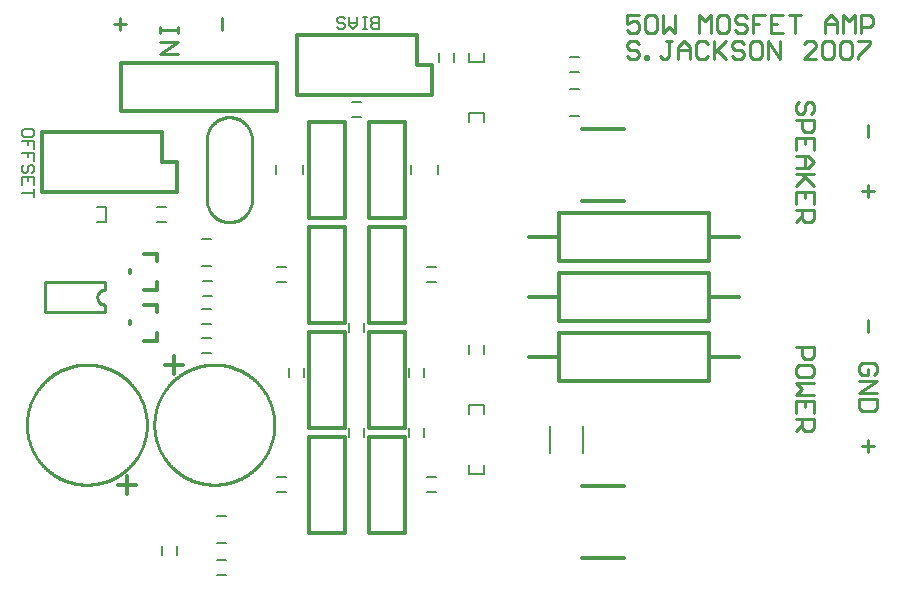
<source format=gto>
*%FSLAX25Y25*%
*%MOIN*%
G01*
%ADD11C,0.00600*%
%ADD12C,0.00733*%
%ADD13C,0.00800*%
%ADD14C,0.01000*%
%ADD15C,0.01200*%
%ADD16C,0.01500*%
%ADD17C,0.02000*%
%ADD18C,0.02500*%
%ADD19C,0.03000*%
%ADD20C,0.03000*%
%ADD21O,0.03000X0.08000*%
%ADD22O,0.03800X0.08800*%
%ADD23C,0.04000*%
%ADD24C,0.04000*%
%ADD25C,0.05000*%
%ADD26C,0.06000*%
%ADD27C,0.06800*%
%ADD28C,0.07000*%
%ADD29C,0.08000*%
%ADD30C,0.08000*%
%ADD31C,0.08800*%
%ADD32O,0.09000X0.07000*%
%ADD33O,0.09800X0.07800*%
%ADD34C,0.10000*%
%ADD35C,0.10000*%
%ADD36C,0.12000*%
%ADD37C,0.12000*%
%ADD38C,0.12500*%
%ADD39C,0.12800*%
%ADD40O,0.15000X0.12000*%
%ADD41O,0.15800X0.12800*%
%ADD42C,0.16500*%
%ADD43C,0.25000*%
%ADD44R,0.04000X0.04000*%
%ADD45R,0.04800X0.04800*%
%ADD46R,0.05000X0.04000*%
%ADD47R,0.05800X0.04800*%
%ADD48R,0.06000X0.06000*%
%ADD49R,0.06000X0.10000*%
%ADD50R,0.06800X0.06800*%
%ADD51R,0.06800X0.10800*%
%ADD52R,0.08000X0.20000*%
%ADD53R,0.08800X0.20800*%
%ADD54R,0.10000X0.06000*%
%ADD55R,0.10000X0.10000*%
%ADD56R,0.10000X0.24000*%
%ADD57R,0.10800X0.06800*%
%ADD58R,0.10800X0.24800*%
%ADD59R,0.12000X0.06000*%
%ADD60R,0.12800X0.06800*%
%ADD61R,0.20000X0.20000*%
D11*
X858499Y854001D02*
Y855333D01*
X857832Y856000D01*
X855167D01*
X854500Y855333D01*
Y854001D01*
X855167Y853334D01*
X857832D01*
X858499Y854001D01*
Y852001D02*
Y849335D01*
Y852001D02*
X856499D01*
Y850668D01*
Y852001D01*
X854500D01*
X858499Y848003D02*
Y845337D01*
Y848003D02*
X856499D01*
Y846670D01*
Y848003D01*
X854500D01*
X858499Y842005D02*
X857832Y841338D01*
X858499Y842005D02*
Y843337D01*
X857832Y844004D01*
X857166D01*
X856499Y843337D01*
Y842005D01*
X855833Y841338D01*
X855167D01*
X854500Y842005D01*
Y843337D01*
X855167Y844004D01*
X858499Y840005D02*
Y837339D01*
Y840005D02*
X854500D01*
Y837339D01*
X856499Y838672D02*
Y840005D01*
X858499Y836007D02*
Y833341D01*
Y834674D01*
X854500D01*
X973500Y889501D02*
Y893500D01*
X971501D01*
X970834Y892833D01*
Y892167D01*
X971501Y891501D01*
X973500D01*
X973501D01*
X973500D02*
X973501D01*
X973500D02*
X973501D01*
X973500D02*
X971501D01*
X970834Y890834D01*
Y890168D01*
X971501Y889501D01*
X973500D01*
X969501D02*
X968168D01*
X968835D01*
Y893500D01*
X969501D01*
X968168D01*
X966169D02*
Y890834D01*
X964836Y889501D01*
X963503Y890834D01*
Y893500D01*
Y891501D01*
X966169D01*
X960171Y889501D02*
X959505Y890168D01*
X960171Y889501D02*
X961504D01*
X962170Y890168D01*
Y890834D01*
X961504Y891501D01*
X960171D01*
X959505Y892167D01*
Y892833D01*
X960171Y893500D01*
X961504D01*
X962170Y892833D01*
D13*
X1037000Y880000D02*
X1040000D01*
Y875000D02*
X1037000D01*
Y869500D02*
X1040000D01*
Y860500D02*
X1037000D01*
X1041500Y757000D02*
Y748000D01*
X1030500D02*
Y757000D01*
X983500Y773500D02*
Y776500D01*
X988500D02*
Y773500D01*
X1003500Y878500D02*
Y881500D01*
X1008500D02*
Y878500D01*
X1003500D01*
X1008500Y764000D02*
Y761000D01*
X1003500D02*
Y764000D01*
X1008500D01*
X882500Y825000D02*
X879500D01*
Y830000D02*
X882500D01*
Y825000D01*
X901000Y717000D02*
Y714000D01*
X906000D02*
Y717000D01*
X919500Y707500D02*
X922500D01*
Y712500D02*
X919500D01*
X998500Y878500D02*
Y881500D01*
X993500D02*
Y878500D01*
X1003500Y784000D02*
Y781000D01*
X1008500D02*
Y784000D01*
X967500Y860000D02*
X964500D01*
Y865000D02*
X967500D01*
X989500Y805000D02*
X992500D01*
Y810000D02*
X989500D01*
Y735000D02*
X992500D01*
Y740000D02*
X989500D01*
X942500Y805000D02*
X939500D01*
Y810000D02*
X942500D01*
Y735000D02*
X939500D01*
Y740000D02*
X942500D01*
X968500Y753500D02*
Y756500D01*
X963500D02*
Y753500D01*
Y788500D02*
Y791500D01*
X968500D02*
Y788500D01*
X948500Y776500D02*
Y773500D01*
X943500D02*
Y776500D01*
X988500Y756500D02*
Y753500D01*
X983500D02*
Y756500D01*
X917500Y796000D02*
X914500D01*
Y791000D02*
X917500D01*
X902500Y830000D02*
X899500D01*
Y825000D02*
X902500D01*
X914500Y781500D02*
X917500D01*
Y786500D02*
X914500D01*
X914750Y800500D02*
X917750D01*
Y805500D02*
X914750D01*
X1008500Y858500D02*
Y861500D01*
X1003500D02*
Y858500D01*
Y861500D02*
X1008500D01*
Y741000D02*
X1003500D01*
X1008500D02*
Y744000D01*
X1003500D02*
Y741000D01*
X993000Y841000D02*
Y844000D01*
X984000D02*
Y841000D01*
X948000D02*
Y844000D01*
X939000D02*
Y841000D01*
X922500Y727000D02*
X919500D01*
Y718000D02*
X922500D01*
X917500Y810500D02*
X914500D01*
Y819500D02*
X917500D01*
D14*
X882000Y805000D02*
Y802500D01*
Y797500D02*
Y795000D01*
X862000D01*
Y805000D01*
X882000D01*
X916000Y832500D02*
Y852500D01*
X931000D02*
Y832500D01*
X1117498Y861001D02*
X1118498Y862001D01*
Y864000D01*
X1117498Y865000D01*
X1116499D01*
X1115499Y864000D01*
Y862001D01*
X1114499Y861001D01*
X1113500D01*
X1112500Y862001D01*
Y864000D01*
X1113500Y865000D01*
X1112500Y859002D02*
X1118498D01*
Y856003D01*
X1117498Y855003D01*
X1115499D01*
X1114499Y856003D01*
Y859002D01*
X1118498Y853004D02*
Y849005D01*
Y853004D02*
X1112500D01*
Y849005D01*
X1115499Y851005D02*
Y853004D01*
X1116499Y847006D02*
X1112500D01*
X1116499D02*
X1118498Y845007D01*
X1116499Y843007D01*
X1112500D01*
X1115499D01*
Y847006D01*
X1118498Y841008D02*
X1112500D01*
X1114499D01*
X1118498Y837009D01*
X1115499Y840008D01*
X1112500Y837009D01*
X1118498Y835010D02*
Y831011D01*
Y835010D02*
X1112500D01*
Y831011D01*
X1115499Y833010D02*
Y835010D01*
X1112500Y829012D02*
X1118498D01*
Y826013D01*
X1117498Y825013D01*
X1115499D01*
X1114499Y826013D01*
Y829012D01*
Y827012D02*
X1112500Y825013D01*
Y783500D02*
X1118498D01*
Y780501D01*
X1117498Y779501D01*
X1115499D01*
X1114499Y780501D01*
Y783500D01*
X1118498Y776502D02*
Y774503D01*
Y776502D02*
X1117498Y777502D01*
X1113500D01*
X1112500Y776502D01*
Y774503D01*
X1113500Y773503D01*
X1117498D01*
X1118498Y774503D01*
Y771504D02*
X1112500D01*
X1114499Y769505D01*
X1112500Y767505D01*
X1118498D01*
Y765506D02*
Y761507D01*
Y765506D02*
X1112500D01*
Y761507D01*
X1115499Y763506D02*
Y765506D01*
X1112500Y759508D02*
X1118498D01*
Y756509D01*
X1117498Y755509D01*
X1115499D01*
X1114499Y756509D01*
Y759508D01*
Y757508D02*
X1112500Y755509D01*
X1136499Y752500D02*
Y748501D01*
X1138498Y750501D02*
X1134500D01*
X1136499Y788501D02*
Y792500D01*
X1139498Y775001D02*
X1138498Y774001D01*
X1139498Y775001D02*
Y777000D01*
X1138498Y778000D01*
X1134500D01*
X1133500Y777000D01*
Y775001D01*
X1134500Y774001D01*
X1136499D01*
Y776001D01*
X1133500Y772002D02*
X1139498D01*
X1133500Y768003D01*
X1139498D01*
Y766004D02*
X1133500D01*
Y763005D01*
X1134500Y762005D01*
X1138498D01*
X1139498Y763005D01*
Y766004D01*
X1136499Y833501D02*
Y837500D01*
X1138498Y835501D02*
X1134500D01*
X1136499Y853501D02*
Y857500D01*
X920999Y889001D02*
Y893000D01*
X886999D02*
Y889001D01*
X888998Y891001D02*
X885000D01*
X906498Y890000D02*
Y888001D01*
Y889000D01*
X900500D01*
Y890000D01*
Y888001D01*
Y885002D02*
X906498D01*
X900500Y881003D01*
X906498D01*
X1056000Y893998D02*
X1059999D01*
X1056000D02*
Y890999D01*
X1057999Y891999D01*
X1058999D01*
X1059999Y890999D01*
Y889000D01*
X1058999Y888000D01*
X1057000D01*
X1056000Y889000D01*
X1061998Y892998D02*
X1062998Y893998D01*
X1064997D01*
X1065997Y892998D01*
Y889000D01*
X1064997Y888000D01*
X1062998D01*
X1061998Y889000D01*
Y892998D01*
X1067996Y893998D02*
Y888000D01*
X1069995Y889999D01*
X1071995Y888000D01*
Y893998D01*
X1079992D02*
Y888000D01*
X1081992Y891999D02*
X1079992Y893998D01*
X1081992Y891999D02*
X1083991Y893998D01*
Y888000D01*
X1086990Y893998D02*
X1088989D01*
X1086990D02*
X1085990Y892998D01*
Y889000D01*
X1086990Y888000D01*
X1088989D01*
X1089989Y889000D01*
Y892998D01*
X1088989Y893998D01*
X1094987D02*
X1095987Y892998D01*
X1094987Y893998D02*
X1092988D01*
X1091988Y892998D01*
Y891999D01*
X1092988Y890999D01*
X1094987D01*
X1095987Y889999D01*
Y889000D01*
X1094987Y888000D01*
X1092988D01*
X1091988Y889000D01*
X1097986Y893998D02*
X1101985D01*
X1097986D02*
Y890999D01*
X1099986D01*
X1097986D01*
Y888000D01*
X1103984Y893998D02*
X1107983D01*
X1103984D02*
Y888000D01*
X1107983D01*
X1105984Y890999D02*
X1103984D01*
X1109983Y893998D02*
X1113981D01*
X1111982D01*
Y888000D01*
X1121979D02*
Y891999D01*
X1123978Y893998D01*
X1125977Y891999D01*
Y888000D01*
Y890999D01*
X1121979D01*
X1127977Y888000D02*
Y893998D01*
X1129976Y891999D01*
X1131975Y893998D01*
Y888000D01*
X1133975D02*
Y893998D01*
X1136974D01*
X1137974Y892998D01*
Y890999D01*
X1136974Y889999D01*
X1133975D01*
X1059999Y884498D02*
X1058999Y885498D01*
X1057000D01*
X1056000Y884498D01*
Y883499D01*
X1057000Y882499D01*
X1058999D01*
X1059999Y881499D01*
Y880500D01*
X1058999Y879500D01*
X1057000D01*
X1056000Y880500D01*
X1061998D02*
Y879500D01*
Y880500D02*
X1062998D01*
Y879500D01*
X1061998D01*
X1068996Y885498D02*
X1070995D01*
X1069995D02*
X1068996D01*
X1069995D02*
Y880500D01*
X1068996Y879500D01*
X1067996D01*
X1066996Y880500D01*
X1072994Y879500D02*
Y883499D01*
X1074994Y885498D01*
X1076993Y883499D01*
Y879500D01*
Y882499D01*
X1072994D01*
X1081992Y885498D02*
X1082991Y884498D01*
X1081992Y885498D02*
X1079992D01*
X1078993Y884498D01*
Y880500D01*
X1079992Y879500D01*
X1081992D01*
X1082991Y880500D01*
X1084991Y879500D02*
Y885498D01*
Y881499D02*
Y879500D01*
Y881499D02*
X1088989Y885498D01*
X1085990Y882499D01*
X1088989Y879500D01*
X1094987Y884498D02*
X1093988Y885498D01*
X1091988D01*
X1090989Y884498D01*
Y883499D01*
X1091988Y882499D01*
X1093988D01*
X1094987Y881499D01*
Y880500D01*
X1093988Y879500D01*
X1091988D01*
X1090989Y880500D01*
X1097986Y885498D02*
X1099986D01*
X1097986D02*
X1096987Y884498D01*
Y880500D01*
X1097986Y879500D01*
X1099986D01*
X1100985Y880500D01*
Y884498D01*
X1099986Y885498D01*
X1102985D02*
Y879500D01*
X1106983D02*
X1102985Y885498D01*
X1106983D02*
Y879500D01*
X1114981D02*
X1118980D01*
X1114981D02*
X1118980Y883499D01*
Y884498D01*
X1117980Y885498D01*
X1115981D01*
X1114981Y884498D01*
X1120979D02*
X1121979Y885498D01*
X1123978D01*
X1124978Y884498D01*
Y880500D01*
X1123978Y879500D01*
X1121979D01*
X1120979Y880500D01*
Y884498D01*
X1126977D02*
X1127977Y885498D01*
X1129976D01*
X1130976Y884498D01*
Y880500D01*
X1129976Y879500D01*
X1127977D01*
X1126977Y880500D01*
Y884498D01*
X1132975Y885498D02*
X1136974D01*
Y884498D01*
X1132975Y880500D01*
Y879500D01*
X882000Y802500D02*
X881674Y802479D01*
X881353Y802415D01*
X881043Y802310D01*
X880750Y802165D01*
X880478Y801983D01*
X880232Y801768D01*
X880017Y801522D01*
X879835Y801250D01*
X879690Y800957D01*
X879585Y800647D01*
X879521Y800326D01*
X879500Y800000D01*
X879521Y799674D01*
X879585Y799353D01*
X879690Y799043D01*
X879835Y798750D01*
X880017Y798478D01*
X880232Y798232D01*
X880478Y798017D01*
X880750Y797835D01*
X881043Y797690D01*
X881353Y797585D01*
X881674Y797521D01*
X882000Y797500D01*
X938500Y757500D02*
X938497Y757168D01*
X938489Y756835D01*
X938475Y756503D01*
X938456Y756171D01*
X938431Y755840D01*
X938401Y755509D01*
X938365Y755178D01*
X938323Y754848D01*
X938277Y754519D01*
X938224Y754191D01*
X938167Y753864D01*
X938103Y753537D01*
X938035Y753212D01*
X937961Y752888D01*
X937882Y752565D01*
X937797Y752243D01*
X937707Y751923D01*
X937611Y751605D01*
X937511Y751288D01*
X937405Y750973D01*
X937294Y750660D01*
X937178Y750348D01*
X937056Y750039D01*
X936930Y749731D01*
X936798Y749426D01*
X936661Y749123D01*
X936519Y748822D01*
X936373Y748524D01*
X936221Y748228D01*
X936064Y747935D01*
X935903Y747644D01*
X935737Y747356D01*
X935566Y747071D01*
X935390Y746789D01*
X935210Y746510D01*
X935025Y746234D01*
X934835Y745960D01*
X934641Y745691D01*
X934443Y745424D01*
X934240Y745161D01*
X934033Y744901D01*
X933821Y744644D01*
X933605Y744391D01*
X933385Y744142D01*
X933161Y743897D01*
X932933Y743655D01*
X932701Y743417D01*
X932465Y743183D01*
X932225Y742952D01*
X931981Y742726D01*
X931734Y742504D01*
X931483Y742286D01*
X931228Y742073D01*
X930970Y741863D01*
X930708Y741658D01*
X930443Y741457D01*
X930175Y741261D01*
X929903Y741069D01*
X929629Y740882D01*
X929351Y740699D01*
X929070Y740521D01*
X928786Y740348D01*
X928500Y740180D01*
X928211Y740016D01*
X927919Y739857D01*
X927624Y739703D01*
X927327Y739553D01*
X927028Y739409D01*
X926726Y739270D01*
X926422Y739136D01*
X926115Y739006D01*
X925807Y738882D01*
X925496Y738764D01*
X925184Y738650D01*
X924870Y738541D01*
X924554Y738438D01*
X924236Y738340D01*
X923917Y738248D01*
X923596Y738160D01*
X923274Y738078D01*
X922950Y738001D01*
X922626Y737930D01*
X922300Y737864D01*
X921973Y737804D01*
X921645Y737749D01*
X921316Y737699D01*
X920987Y737655D01*
X920657Y737617D01*
X920326Y737584D01*
X919995Y737556D01*
X919663Y737534D01*
X919331Y737517D01*
X918999Y737506D01*
X918666Y737501D01*
X918334D01*
X918001Y737506D01*
X917669Y737517D01*
X917337Y737534D01*
X917005Y737556D01*
X916674Y737584D01*
X916343Y737617D01*
X916013Y737655D01*
X915684Y737699D01*
X915355Y737749D01*
X915027Y737804D01*
X914700Y737864D01*
X914374Y737930D01*
X914050Y738001D01*
X913726Y738078D01*
X913404Y738160D01*
X913083Y738248D01*
X912764Y738340D01*
X912446Y738438D01*
X912130Y738541D01*
X911816Y738650D01*
X911504Y738764D01*
X911193Y738882D01*
X910885Y739006D01*
X910578Y739136D01*
X910274Y739270D01*
X909972Y739409D01*
X909673Y739553D01*
X909376Y739703D01*
X909081Y739857D01*
X908789Y740016D01*
X908500Y740180D01*
X908214Y740348D01*
X907930Y740521D01*
X907649Y740699D01*
X907371Y740882D01*
X907097Y741069D01*
X906825Y741261D01*
X906557Y741457D01*
X906292Y741658D01*
X906030Y741863D01*
X905772Y742073D01*
X905517Y742286D01*
X905266Y742504D01*
X905019Y742726D01*
X904775Y742952D01*
X904535Y743183D01*
X904299Y743417D01*
X904067Y743655D01*
X903839Y743897D01*
X903615Y744142D01*
X903395Y744391D01*
X903179Y744644D01*
X902967Y744901D01*
X902760Y745161D01*
X902557Y745424D01*
X902359Y745691D01*
X902165Y745960D01*
X901975Y746234D01*
X901790Y746510D01*
X901610Y746789D01*
X901434Y747071D01*
X901263Y747356D01*
X901097Y747644D01*
X900936Y747935D01*
X900779Y748228D01*
X900627Y748524D01*
X900481Y748822D01*
X900339Y749123D01*
X900202Y749426D01*
X900070Y749731D01*
X899944Y750039D01*
X899822Y750348D01*
X899706Y750660D01*
X899595Y750973D01*
X899489Y751288D01*
X899389Y751605D01*
X899293Y751923D01*
X899203Y752243D01*
X899118Y752565D01*
X899039Y752888D01*
X898965Y753212D01*
X898897Y753537D01*
X898833Y753864D01*
X898776Y754191D01*
X898723Y754519D01*
X898677Y754848D01*
X898635Y755178D01*
X898599Y755509D01*
X898569Y755840D01*
X898544Y756171D01*
X898525Y756503D01*
X898511Y756835D01*
X898503Y757168D01*
X898500Y757500D01*
X898503Y757832D01*
X898511Y758165D01*
X898525Y758497D01*
X898544Y758829D01*
X898569Y759160D01*
X898599Y759491D01*
X898635Y759822D01*
X898677Y760152D01*
X898723Y760481D01*
X898776Y760809D01*
X898833Y761136D01*
X898897Y761463D01*
X898965Y761788D01*
X899039Y762112D01*
X899118Y762435D01*
X899203Y762757D01*
X899293Y763077D01*
X899389Y763395D01*
X899489Y763712D01*
X899595Y764027D01*
X899706Y764340D01*
X899822Y764652D01*
X899944Y764961D01*
X900070Y765269D01*
X900202Y765574D01*
X900339Y765877D01*
X900481Y766178D01*
X900627Y766476D01*
X900779Y766772D01*
X900936Y767065D01*
X901097Y767356D01*
X901263Y767644D01*
X901434Y767929D01*
X901610Y768211D01*
X901790Y768490D01*
X901975Y768766D01*
X902165Y769040D01*
X902359Y769309D01*
X902557Y769576D01*
X902760Y769839D01*
X902967Y770099D01*
X903179Y770356D01*
X903395Y770609D01*
X903615Y770858D01*
X903839Y771103D01*
X904067Y771345D01*
X904299Y771583D01*
X904535Y771817D01*
X904775Y772048D01*
X905019Y772274D01*
X905266Y772496D01*
X905517Y772714D01*
X905772Y772927D01*
X906030Y773137D01*
X906292Y773342D01*
X906557Y773543D01*
X906825Y773739D01*
X907097Y773931D01*
X907371Y774118D01*
X907649Y774301D01*
X907930Y774479D01*
X908214Y774652D01*
X908500Y774820D01*
X908789Y774984D01*
X909081Y775143D01*
X909376Y775297D01*
X909673Y775447D01*
X909972Y775591D01*
X910274Y775730D01*
X910578Y775864D01*
X910885Y775994D01*
X911193Y776118D01*
X911504Y776236D01*
X911816Y776350D01*
X912130Y776459D01*
X912446Y776562D01*
X912764Y776660D01*
X913083Y776752D01*
X913404Y776840D01*
X913726Y776922D01*
X914050Y776999D01*
X914374Y777070D01*
X914700Y777136D01*
X915027Y777196D01*
X915355Y777251D01*
X915684Y777301D01*
X916013Y777345D01*
X916343Y777383D01*
X916674Y777416D01*
X917005Y777444D01*
X917337Y777466D01*
X917669Y777483D01*
X918001Y777494D01*
X918334Y777499D01*
X918666D01*
X918999Y777494D01*
X919331Y777483D01*
X919663Y777466D01*
X919995Y777444D01*
X920326Y777416D01*
X920657Y777383D01*
X920987Y777345D01*
X921316Y777301D01*
X921645Y777251D01*
X921973Y777196D01*
X922300Y777136D01*
X922626Y777070D01*
X922950Y776999D01*
X923274Y776922D01*
X923596Y776840D01*
X923917Y776752D01*
X924236Y776660D01*
X924554Y776562D01*
X924870Y776459D01*
X925184Y776350D01*
X925496Y776236D01*
X925807Y776118D01*
X926115Y775994D01*
X926422Y775864D01*
X926726Y775730D01*
X927028Y775591D01*
X927327Y775447D01*
X927624Y775297D01*
X927919Y775143D01*
X928211Y774984D01*
X928500Y774820D01*
X928786Y774652D01*
X929070Y774479D01*
X929351Y774301D01*
X929629Y774118D01*
X929903Y773931D01*
X930175Y773739D01*
X930443Y773543D01*
X930708Y773342D01*
X930970Y773137D01*
X931228Y772927D01*
X931483Y772714D01*
X931734Y772496D01*
X931981Y772274D01*
X932225Y772048D01*
X932465Y771817D01*
X932701Y771583D01*
X932933Y771345D01*
X933161Y771103D01*
X933385Y770858D01*
X933605Y770609D01*
X933821Y770356D01*
X934033Y770099D01*
X934240Y769839D01*
X934443Y769576D01*
X934641Y769309D01*
X934835Y769040D01*
X935025Y768766D01*
X935210Y768490D01*
X935390Y768211D01*
X935566Y767929D01*
X935737Y767644D01*
X935903Y767356D01*
X936064Y767065D01*
X936221Y766772D01*
X936373Y766476D01*
X936519Y766178D01*
X936661Y765877D01*
X936798Y765574D01*
X936930Y765269D01*
X937056Y764961D01*
X937178Y764652D01*
X937294Y764340D01*
X937405Y764027D01*
X937511Y763712D01*
X937611Y763395D01*
X937707Y763077D01*
X937797Y762757D01*
X937882Y762435D01*
X937961Y762112D01*
X938035Y761788D01*
X938103Y761463D01*
X938167Y761136D01*
X938224Y760809D01*
X938277Y760481D01*
X938323Y760152D01*
X938365Y759822D01*
X938401Y759491D01*
X938431Y759160D01*
X938456Y758829D01*
X938475Y758497D01*
X938489Y758165D01*
X938497Y757832D01*
X938500Y757500D01*
X931000Y832500D02*
X930993Y832173D01*
X930972Y831846D01*
X930936Y831521D01*
X930886Y831198D01*
X930822Y830877D01*
X930744Y830559D01*
X930653Y830245D01*
X930548Y829935D01*
X930429Y829630D01*
X930297Y829330D01*
X930153Y829037D01*
X929995Y828750D01*
X929825Y828470D01*
X929644Y828198D01*
X929450Y827934D01*
X929245Y827679D01*
X929030Y827433D01*
X928803Y827197D01*
X928567Y826970D01*
X928321Y826755D01*
X928066Y826550D01*
X927802Y826356D01*
X927530Y826175D01*
X927250Y826005D01*
X926963Y825847D01*
X926670Y825703D01*
X926370Y825571D01*
X926065Y825452D01*
X925755Y825347D01*
X925441Y825256D01*
X925123Y825178D01*
X924802Y825114D01*
X924479Y825064D01*
X924154Y825028D01*
X923827Y825007D01*
X923500Y825000D01*
X923173Y825007D01*
X922846Y825028D01*
X922521Y825064D01*
X922198Y825114D01*
X921877Y825178D01*
X921559Y825256D01*
X921245Y825347D01*
X920935Y825452D01*
X920630Y825571D01*
X920330Y825703D01*
X920037Y825847D01*
X919750Y826005D01*
X919470Y826175D01*
X919198Y826356D01*
X918934Y826550D01*
X918679Y826755D01*
X918433Y826970D01*
X918197Y827197D01*
X917970Y827433D01*
X917755Y827679D01*
X917550Y827934D01*
X917356Y828198D01*
X917175Y828470D01*
X917005Y828750D01*
X916847Y829037D01*
X916703Y829330D01*
X916571Y829630D01*
X916452Y829935D01*
X916347Y830245D01*
X916256Y830559D01*
X916178Y830877D01*
X916114Y831198D01*
X916064Y831521D01*
X916028Y831846D01*
X916007Y832173D01*
X916000Y832500D01*
Y852500D02*
X916007Y852827D01*
X916028Y853154D01*
X916064Y853479D01*
X916114Y853802D01*
X916178Y854123D01*
X916256Y854441D01*
X916347Y854755D01*
X916452Y855065D01*
X916571Y855370D01*
X916703Y855670D01*
X916847Y855963D01*
X917005Y856250D01*
X917175Y856530D01*
X917356Y856802D01*
X917550Y857066D01*
X917755Y857321D01*
X917970Y857567D01*
X918197Y857803D01*
X918433Y858030D01*
X918679Y858245D01*
X918934Y858450D01*
X919198Y858644D01*
X919470Y858825D01*
X919750Y858995D01*
X920037Y859153D01*
X920330Y859297D01*
X920630Y859429D01*
X920935Y859548D01*
X921245Y859653D01*
X921559Y859744D01*
X921877Y859822D01*
X922198Y859886D01*
X922521Y859936D01*
X922846Y859972D01*
X923173Y859993D01*
X923500Y860000D01*
X923827Y859993D01*
X924154Y859972D01*
X924479Y859936D01*
X924802Y859886D01*
X925123Y859822D01*
X925441Y859744D01*
X925755Y859653D01*
X926065Y859548D01*
X926370Y859429D01*
X926670Y859297D01*
X926963Y859153D01*
X927250Y858995D01*
X927530Y858825D01*
X927802Y858644D01*
X928066Y858450D01*
X928321Y858245D01*
X928567Y858030D01*
X928803Y857803D01*
X929030Y857567D01*
X929245Y857321D01*
X929450Y857066D01*
X929644Y856802D01*
X929825Y856530D01*
X929995Y856250D01*
X930153Y855963D01*
X930297Y855670D01*
X930429Y855370D01*
X930548Y855065D01*
X930653Y854755D01*
X930744Y854441D01*
X930822Y854123D01*
X930886Y853802D01*
X930936Y853479D01*
X930972Y853154D01*
X930993Y852827D01*
X931000Y852500D01*
X896000Y757500D02*
X895997Y757168D01*
X895989Y756835D01*
X895975Y756503D01*
X895956Y756171D01*
X895931Y755840D01*
X895901Y755509D01*
X895865Y755178D01*
X895823Y754848D01*
X895777Y754519D01*
X895724Y754191D01*
X895667Y753864D01*
X895603Y753537D01*
X895535Y753212D01*
X895461Y752888D01*
X895382Y752565D01*
X895297Y752243D01*
X895207Y751923D01*
X895111Y751605D01*
X895011Y751288D01*
X894905Y750973D01*
X894794Y750660D01*
X894678Y750348D01*
X894556Y750039D01*
X894430Y749731D01*
X894298Y749426D01*
X894161Y749123D01*
X894019Y748822D01*
X893873Y748524D01*
X893721Y748228D01*
X893564Y747935D01*
X893403Y747644D01*
X893237Y747356D01*
X893066Y747071D01*
X892890Y746789D01*
X892710Y746510D01*
X892525Y746234D01*
X892335Y745960D01*
X892141Y745691D01*
X891943Y745424D01*
X891740Y745161D01*
X891533Y744901D01*
X891321Y744644D01*
X891105Y744391D01*
X890885Y744142D01*
X890661Y743897D01*
X890433Y743655D01*
X890201Y743417D01*
X889965Y743183D01*
X889725Y742952D01*
X889481Y742726D01*
X889234Y742504D01*
X888983Y742286D01*
X888728Y742073D01*
X888470Y741863D01*
X888208Y741658D01*
X887943Y741457D01*
X887675Y741261D01*
X887403Y741069D01*
X887129Y740882D01*
X886851Y740699D01*
X886570Y740521D01*
X886286Y740348D01*
X886000Y740180D01*
X885711Y740016D01*
X885419Y739857D01*
X885124Y739703D01*
X884827Y739553D01*
X884528Y739409D01*
X884226Y739270D01*
X883922Y739136D01*
X883615Y739006D01*
X883307Y738882D01*
X882996Y738764D01*
X882684Y738650D01*
X882370Y738541D01*
X882054Y738438D01*
X881736Y738340D01*
X881417Y738248D01*
X881096Y738160D01*
X880774Y738078D01*
X880450Y738001D01*
X880126Y737930D01*
X879800Y737864D01*
X879473Y737804D01*
X879145Y737749D01*
X878816Y737699D01*
X878487Y737655D01*
X878157Y737617D01*
X877826Y737584D01*
X877495Y737556D01*
X877163Y737534D01*
X876831Y737517D01*
X876499Y737506D01*
X876166Y737501D01*
X875834D01*
X875501Y737506D01*
X875169Y737517D01*
X874837Y737534D01*
X874505Y737556D01*
X874174Y737584D01*
X873843Y737617D01*
X873513Y737655D01*
X873184Y737699D01*
X872855Y737749D01*
X872527Y737804D01*
X872200Y737864D01*
X871874Y737930D01*
X871550Y738001D01*
X871226Y738078D01*
X870904Y738160D01*
X870583Y738248D01*
X870264Y738340D01*
X869946Y738438D01*
X869630Y738541D01*
X869316Y738650D01*
X869004Y738764D01*
X868693Y738882D01*
X868385Y739006D01*
X868078Y739136D01*
X867774Y739270D01*
X867472Y739409D01*
X867173Y739553D01*
X866876Y739703D01*
X866581Y739857D01*
X866289Y740016D01*
X866000Y740180D01*
X865714Y740348D01*
X865430Y740521D01*
X865149Y740699D01*
X864871Y740882D01*
X864597Y741069D01*
X864325Y741261D01*
X864057Y741457D01*
X863792Y741658D01*
X863530Y741863D01*
X863272Y742073D01*
X863017Y742286D01*
X862766Y742504D01*
X862519Y742726D01*
X862275Y742952D01*
X862035Y743183D01*
X861799Y743417D01*
X861567Y743655D01*
X861339Y743897D01*
X861115Y744142D01*
X860895Y744391D01*
X860679Y744644D01*
X860467Y744901D01*
X860260Y745161D01*
X860057Y745424D01*
X859859Y745691D01*
X859665Y745960D01*
X859475Y746234D01*
X859290Y746510D01*
X859110Y746789D01*
X858934Y747071D01*
X858763Y747356D01*
X858597Y747644D01*
X858436Y747935D01*
X858279Y748228D01*
X858127Y748524D01*
X857981Y748822D01*
X857839Y749123D01*
X857702Y749426D01*
X857570Y749731D01*
X857444Y750039D01*
X857322Y750348D01*
X857206Y750660D01*
X857095Y750973D01*
X856989Y751288D01*
X856889Y751605D01*
X856793Y751923D01*
X856703Y752243D01*
X856618Y752565D01*
X856539Y752888D01*
X856465Y753212D01*
X856397Y753537D01*
X856333Y753864D01*
X856276Y754191D01*
X856223Y754519D01*
X856177Y754848D01*
X856135Y755178D01*
X856099Y755509D01*
X856069Y755840D01*
X856044Y756171D01*
X856025Y756503D01*
X856011Y756835D01*
X856003Y757168D01*
X856000Y757500D01*
X856003Y757832D01*
X856011Y758165D01*
X856025Y758497D01*
X856044Y758829D01*
X856069Y759160D01*
X856099Y759491D01*
X856135Y759822D01*
X856177Y760152D01*
X856223Y760481D01*
X856276Y760809D01*
X856333Y761136D01*
X856397Y761463D01*
X856465Y761788D01*
X856539Y762112D01*
X856618Y762435D01*
X856703Y762757D01*
X856793Y763077D01*
X856889Y763395D01*
X856989Y763712D01*
X857095Y764027D01*
X857206Y764340D01*
X857322Y764652D01*
X857444Y764961D01*
X857570Y765269D01*
X857702Y765574D01*
X857839Y765877D01*
X857981Y766178D01*
X858127Y766476D01*
X858279Y766772D01*
X858436Y767065D01*
X858597Y767356D01*
X858763Y767644D01*
X858934Y767929D01*
X859110Y768211D01*
X859290Y768490D01*
X859475Y768766D01*
X859665Y769040D01*
X859859Y769309D01*
X860057Y769576D01*
X860260Y769839D01*
X860467Y770099D01*
X860679Y770356D01*
X860895Y770609D01*
X861115Y770858D01*
X861339Y771103D01*
X861567Y771345D01*
X861799Y771583D01*
X862035Y771817D01*
X862275Y772048D01*
X862519Y772274D01*
X862766Y772496D01*
X863017Y772714D01*
X863272Y772927D01*
X863530Y773137D01*
X863792Y773342D01*
X864057Y773543D01*
X864325Y773739D01*
X864597Y773931D01*
X864871Y774118D01*
X865149Y774301D01*
X865430Y774479D01*
X865714Y774652D01*
X866000Y774820D01*
X866289Y774984D01*
X866581Y775143D01*
X866876Y775297D01*
X867173Y775447D01*
X867472Y775591D01*
X867774Y775730D01*
X868078Y775864D01*
X868385Y775994D01*
X868693Y776118D01*
X869004Y776236D01*
X869316Y776350D01*
X869630Y776459D01*
X869946Y776562D01*
X870264Y776660D01*
X870583Y776752D01*
X870904Y776840D01*
X871226Y776922D01*
X871550Y776999D01*
X871874Y777070D01*
X872200Y777136D01*
X872527Y777196D01*
X872855Y777251D01*
X873184Y777301D01*
X873513Y777345D01*
X873843Y777383D01*
X874174Y777416D01*
X874505Y777444D01*
X874837Y777466D01*
X875169Y777483D01*
X875501Y777494D01*
X875834Y777499D01*
X876166D01*
X876499Y777494D01*
X876831Y777483D01*
X877163Y777466D01*
X877495Y777444D01*
X877826Y777416D01*
X878157Y777383D01*
X878487Y777345D01*
X878816Y777301D01*
X879145Y777251D01*
X879473Y777196D01*
X879800Y777136D01*
X880126Y777070D01*
X880450Y776999D01*
X880774Y776922D01*
X881096Y776840D01*
X881417Y776752D01*
X881736Y776660D01*
X882054Y776562D01*
X882370Y776459D01*
X882684Y776350D01*
X882996Y776236D01*
X883307Y776118D01*
X883615Y775994D01*
X883922Y775864D01*
X884226Y775730D01*
X884528Y775591D01*
X884827Y775447D01*
X885124Y775297D01*
X885419Y775143D01*
X885711Y774984D01*
X886000Y774820D01*
X886286Y774652D01*
X886570Y774479D01*
X886851Y774301D01*
X887129Y774118D01*
X887403Y773931D01*
X887675Y773739D01*
X887943Y773543D01*
X888208Y773342D01*
X888470Y773137D01*
X888728Y772927D01*
X888983Y772714D01*
X889234Y772496D01*
X889481Y772274D01*
X889725Y772048D01*
X889965Y771817D01*
X890201Y771583D01*
X890433Y771345D01*
X890661Y771103D01*
X890885Y770858D01*
X891105Y770609D01*
X891321Y770356D01*
X891533Y770099D01*
X891740Y769839D01*
X891943Y769576D01*
X892141Y769309D01*
X892335Y769040D01*
X892525Y768766D01*
X892710Y768490D01*
X892890Y768211D01*
X893066Y767929D01*
X893237Y767644D01*
X893403Y767356D01*
X893564Y767065D01*
X893721Y766772D01*
X893873Y766476D01*
X894019Y766178D01*
X894161Y765877D01*
X894298Y765574D01*
X894430Y765269D01*
X894556Y764961D01*
X894678Y764652D01*
X894794Y764340D01*
X894905Y764027D01*
X895011Y763712D01*
X895111Y763395D01*
X895207Y763077D01*
X895297Y762757D01*
X895382Y762435D01*
X895461Y762112D01*
X895535Y761788D01*
X895603Y761463D01*
X895667Y761136D01*
X895724Y760809D01*
X895777Y760481D01*
X895823Y760152D01*
X895865Y759822D01*
X895901Y759491D01*
X895931Y759160D01*
X895956Y758829D01*
X895975Y758497D01*
X895989Y758165D01*
X895997Y757832D01*
X896000Y757500D01*
D15*
X946000Y867500D02*
Y887500D01*
Y867500D02*
X991000D01*
Y877500D01*
X986000D01*
Y887500D01*
X946000D01*
X901000Y855000D02*
X861000D01*
X901000D02*
Y845000D01*
X906000D01*
Y835000D01*
X861000D01*
Y855000D01*
X1023500Y800000D02*
X1033500D01*
X1083500D02*
X1093500D01*
X1083500Y792000D02*
Y808000D01*
X1033500D01*
Y792000D01*
X1083500D01*
X1033500Y780000D02*
X1023500D01*
X1083500D02*
X1093500D01*
X1083500Y772000D02*
Y788000D01*
X1033500D01*
Y772000D01*
X1083500D01*
X982000Y826500D02*
X970000D01*
Y858500D01*
X982000D01*
Y826500D01*
X962000Y858500D02*
X950000D01*
X962000D02*
Y826500D01*
X950000D01*
Y858500D01*
X970000Y791500D02*
X982000D01*
X970000D02*
Y823500D01*
X982000D01*
Y791500D01*
Y721500D02*
X970000D01*
Y753500D01*
X982000D01*
Y721500D01*
X962000Y823500D02*
X950000D01*
X962000D02*
Y791500D01*
X950000D01*
Y823500D01*
Y753500D02*
X962000D01*
Y721500D01*
X950000D01*
Y753500D01*
Y788500D02*
X962000D01*
Y756500D01*
X950000D01*
Y788500D01*
X982000D02*
Y756500D01*
Y788500D02*
X970000D01*
Y756500D01*
X982000D01*
X899500Y795000D02*
Y797500D01*
X890500Y792000D02*
Y791000D01*
X899500Y788000D02*
Y785500D01*
Y797500D02*
X895000D01*
Y785500D02*
X899500D01*
Y812000D02*
Y814500D01*
X890500Y809000D02*
Y808000D01*
X899500Y805000D02*
Y802500D01*
Y814500D02*
X895000D01*
Y802500D02*
X899500D01*
X902000Y777500D02*
X908000D01*
X905000Y774500D02*
Y780500D01*
X887500Y878000D02*
X939500D01*
Y862000D01*
X887500D01*
Y878000D01*
X886500Y737500D02*
X892500D01*
X889500Y734500D02*
Y740500D01*
X1041000Y713000D02*
X1055000D01*
Y737000D02*
X1041000D01*
Y832000D02*
X1055000D01*
Y856000D02*
X1041000D01*
X1033500Y820000D02*
X1023500D01*
X1083500D02*
X1093500D01*
X1083500Y812000D02*
Y828000D01*
X1033500D01*
Y812000D01*
X1083500D01*
D02*
M02*

</source>
